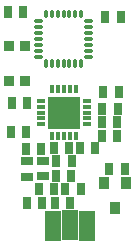
<source format=gts>
G75*
%MOIN*%
%OFA0B0*%
%FSLAX25Y25*%
%IPPOS*%
%LPD*%
%AMOC8*
5,1,8,0,0,1.08239X$1,22.5*
%
%ADD10R,0.11030X0.11030*%
%ADD11R,0.03156X0.01384*%
%ADD12R,0.01384X0.03156*%
%ADD13R,0.03156X0.03943*%
%ADD14R,0.03943X0.03156*%
%ADD15R,0.03825X0.03471*%
%ADD16R,0.05400X0.10400*%
%ADD17R,0.03550X0.03943*%
%ADD18C,0.01378*%
D10*
X0095053Y0118829D03*
D11*
X0087297Y0118829D03*
X0087297Y0120797D03*
X0087297Y0122766D03*
X0087297Y0116860D03*
X0087297Y0114892D03*
X0102809Y0114892D03*
X0102809Y0116860D03*
X0102809Y0118829D03*
X0102809Y0120797D03*
X0102809Y0122766D03*
D12*
X0098990Y0126585D03*
X0097022Y0126585D03*
X0095053Y0126585D03*
X0093085Y0126585D03*
X0091116Y0126585D03*
X0091116Y0111073D03*
X0093085Y0111073D03*
X0095053Y0111073D03*
X0097022Y0111073D03*
X0098990Y0111073D03*
D13*
X0100430Y0107084D03*
X0096862Y0107035D03*
X0091744Y0107035D03*
X0087582Y0106747D03*
X0082464Y0106747D03*
X0082593Y0112427D03*
X0077474Y0112427D03*
X0077646Y0122022D03*
X0082764Y0122022D03*
X0107935Y0120075D03*
X0107760Y0115632D03*
X0107735Y0111009D03*
X0105548Y0107084D03*
X0112853Y0111009D03*
X0112878Y0115632D03*
X0113053Y0120075D03*
X0113316Y0125758D03*
X0108198Y0125758D03*
X0097668Y0102674D03*
X0092549Y0102674D03*
X0092378Y0097776D03*
X0091757Y0093393D03*
X0095528Y0093203D03*
X0100646Y0093203D03*
X0097496Y0097776D03*
X0086639Y0093393D03*
X0087859Y0088725D03*
X0082741Y0088725D03*
X0092103Y0088700D03*
X0097222Y0088700D03*
X0110191Y0100000D03*
X0115309Y0100000D03*
X0114022Y0150763D03*
X0108903Y0150763D03*
X0081559Y0152500D03*
X0076441Y0152500D03*
D14*
X0082800Y0102534D03*
X0088231Y0102822D03*
X0088231Y0097704D03*
X0082800Y0097416D03*
D15*
X0082159Y0129222D03*
X0076805Y0129222D03*
X0076805Y0141152D03*
X0082159Y0141152D03*
D16*
X0091450Y0081175D03*
X0097162Y0081225D03*
X0102850Y0081175D03*
D17*
X0112112Y0086944D03*
X0108372Y0095212D03*
X0115853Y0095212D03*
D18*
X0100890Y0134323D02*
X0100890Y0135898D01*
X0098921Y0135898D02*
X0098921Y0134323D01*
X0096953Y0134323D02*
X0096953Y0135898D01*
X0094984Y0135898D02*
X0094984Y0134323D01*
X0093016Y0134323D02*
X0093016Y0135898D01*
X0091047Y0135898D02*
X0091047Y0134323D01*
X0089079Y0134323D02*
X0089079Y0135898D01*
X0087504Y0137473D02*
X0085929Y0137473D01*
X0085929Y0139441D02*
X0087504Y0139441D01*
X0087504Y0141410D02*
X0085929Y0141410D01*
X0085929Y0143378D02*
X0087504Y0143378D01*
X0087504Y0145347D02*
X0085929Y0145347D01*
X0085929Y0147315D02*
X0087504Y0147315D01*
X0087504Y0149284D02*
X0085929Y0149284D01*
X0089079Y0150859D02*
X0089079Y0152433D01*
X0091047Y0152433D02*
X0091047Y0150859D01*
X0093016Y0150859D02*
X0093016Y0152433D01*
X0094984Y0152433D02*
X0094984Y0150859D01*
X0096953Y0150859D02*
X0096953Y0152433D01*
X0098921Y0152433D02*
X0098921Y0150859D01*
X0100890Y0150859D02*
X0100890Y0152433D01*
X0102465Y0149284D02*
X0104039Y0149284D01*
X0104039Y0147315D02*
X0102465Y0147315D01*
X0102465Y0145347D02*
X0104039Y0145347D01*
X0104039Y0143378D02*
X0102465Y0143378D01*
X0102465Y0141410D02*
X0104039Y0141410D01*
X0104039Y0139441D02*
X0102465Y0139441D01*
X0102465Y0137473D02*
X0104039Y0137473D01*
M02*

</source>
